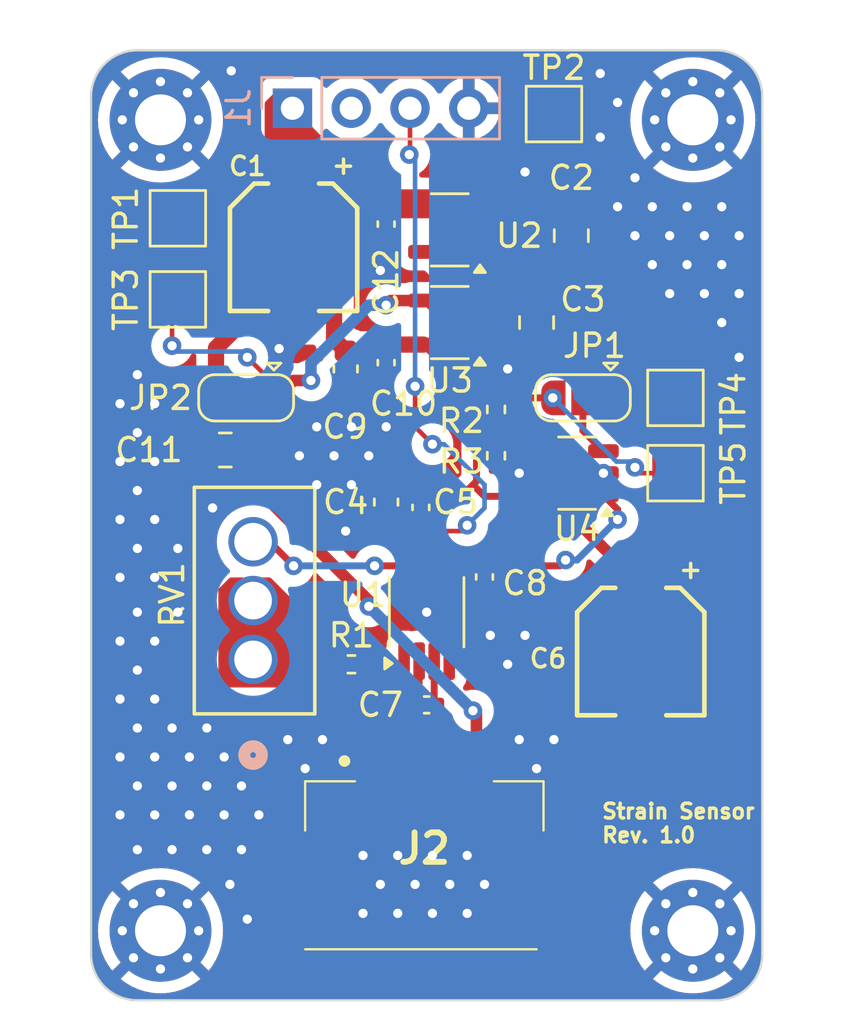
<source format=kicad_pcb>
(kicad_pcb (version 20240108) (generator "pcbnew") (generator_version "8.0")
  (layers (0 "F.Cu" signal) (31 "B.Cu" power) (34 "B.Paste" user) (35 "F.Paste" user) (36 "B.SilkS" user "B.Silkscreen") (37 "F.SilkS" user "F.Silkscreen") (38 "B.Mask" user) (39 "F.Mask" user) (44 "Edge.Cuts" user))
  (net 0 "")
  (net 1 "VCC")
  (net 2 "GND")
  (net 3 "/Vbias")
  (net 4 "Net-(U2-Vref)")
  (net 5 "/Vout-")
  (net 6 "/Vout+")
  (net 7 "/AmpRef")
  (net 8 "+2V5")
  (net 9 "/AREF")
  (net 10 "/ADC")
  (net 11 "/Vbdg+")
  (net 12 "Net-(JP1-C)")
  (net 13 "/AmpOffset")
  (net 14 "/Rg+")
  (net 15 "/Rseries")
  (net 16 "/Rg-")
  (footprint "Capacitor_SMD:C_0402_1005Metric" (layer "F.Cu") (at 146 114.73 -90)
    (property "Reference" "C8" (at 0.27 -1.75 180) (layer "F.SilkS"))
    (property "Value" "100n")
    (pad "1" smd roundrect (at -0.48 0 270) (size 0.56 0.62) (layers "F.Cu" "F.Paste" "F.Mask") (net 7 "/AmpRef"))
    (pad "2" smd roundrect (at 0.48 0 270) (size 0.56 0.62) (layers "F.Cu" "F.Paste" "F.Mask") (net 2 "GND"))
  )
  (footprint "CLIK-Mate 502585:5025850470" (layer "F.Cu") (at 143.4 127.175)
    (property "Reference" "J2" (at 0 -0.725 0) (layer "F.SilkS") (effects (font (size 1.27 1.27) (thickness 0.254))))
    (property "Value" "502585-0470" (hide yes))
    (pad "1" smd rect (at -2.25 -3.625) (size 0.8 2.9) (layers "F.Cu" "F.Paste" "F.Mask") (net 2 "GND"))
    (pad "2" smd rect (at -0.75 -3.625) (size 0.8 2.9) (layers "F.Cu" "F.Paste" "F.Mask") (net 5 "/Vout-"))
    (pad "3" smd rect (at 0.75 -3.625) (size 0.8 2.9) (layers "F.Cu" "F.Paste" "F.Mask") (net 6 "/Vout+"))
    (pad "4" smd rect (at 2.25 -3.625) (size 0.8 2.9) (layers "F.Cu" "F.Paste" "F.Mask") (net 11 "/Vbdg+"))
    (pad "MP1" smd rect (at -4.85 1.075) (size 1.8 3.8) (layers "F.Cu" "F.Paste" "F.Mask") (net 2 "GND"))
    (pad "MP2" smd rect (at 4.85 1.075) (size 1.8 3.8) (layers "F.Cu" "F.Paste" "F.Mask") (net 2 "GND"))
  )
  (footprint "TestPoint:TestPoint_Pad_2.0x2.0mm" (layer "F.Cu") (at 132.75 102.75)
    (property "Reference" "TP3" (at -2.25 0 90) (layer "F.SilkS"))
    (property "Value" "TestPoint")
    (pad "1" smd rect (at 0 0) (size 2 2) (layers "F.Cu" "F.Mask") (net 8 "+2V5"))
  )
  (footprint "TestPoint:TestPoint_Pad_2.0x2.0mm" (layer "F.Cu") (at 149 94.75)
    (property "Reference" "TP2" (at 0 -1.998 0) (layer "F.SilkS"))
    (property "Value" "TestPoint")
    (pad "1" smd rect (at 0 0) (size 2 2) (layers "F.Cu" "F.Mask") (net 2 "GND"))
  )
  (footprint "TestPoint:TestPoint_Pad_2.0x2.0mm" (layer "F.Cu") (at 132.75 99.25)
    (property "Reference" "TP1" (at -2.25 0 90) (layer "F.SilkS"))
    (property "Value" "TestPoint")
    (pad "1" smd rect (at 0 0) (size 2 2) (layers "F.Cu" "F.Mask") (net 1 "VCC"))
  )
  (footprint "Jumper:SolderJumper-3_P1.3mm_Open_RoundedPad1.0x1.5mm" (layer "F.Cu") (at 135.7 107 180)
    (property "Reference" "JP2" (at 3.7 0 0) (layer "F.SilkS"))
    (property "Value" "SolderJumper_3_Open")
    (pad "1" smd custom (at -1.3 0 180) (size 1 0.5) (layers "F.Cu" "F.Mask") (net 8 "+2V5") (options (clearance outline) (anchor rect)) (primitives (gr_circle (center 0 0.25) (end 0.5 0.25) (width 0) (fill yes)) (gr_circle (center 0 -0.25) (end 0.5 -0.25) (width 0) (fill yes)) (gr_poly (pts (xy 0.55 0.75) (xy 0 0.75) (xy 0 -0.75) (xy 0.55 -0.75)) (width 0) (fill yes))))
    (pad "2" smd rect (at 0 0 180) (size 1 1.5) (layers "F.Cu" "F.Mask") (net 11 "/Vbdg+"))
    (pad "3" smd custom (at 1.3 0 180) (size 1 0.5) (layers "F.Cu" "F.Mask") (net 1 "VCC") (options (clearance outline) (anchor rect)) (primitives (gr_circle (center 0 0.25) (end 0.5 0.25) (width 0) (fill yes)) (gr_circle (center 0 -0.25) (end 0.5 -0.25) (width 0) (fill yes)) (gr_poly (pts (xy 0 0.75) (xy -0.55 0.75) (xy -0.55 -0.75) (xy 0 -0.75)) (width 0) (fill yes))))
  )
  (footprint "MountingHole:MountingHole_2.2mm_M2_Pad_Via" (layer "F.Cu") (at 155.000001 130.000001)
    (property "Reference" "H3" (hide yes))
    (property "Value" "MountingHole_Pad")
    (pad "1" thru_hole circle (at -1.65 0) (size 0.7 0.7) (drill 0.4) (layers "*.Cu" "*.Mask") (net 2 "GND"))
    (pad "1" thru_hole circle (at -1.166726 -1.166726) (size 0.7 0.7) (drill 0.4) (layers "*.Cu" "*.Mask") (net 2 "GND"))
    (pad "1" thru_hole circle (at -1.166726 1.166726) (size 0.7 0.7) (drill 0.4) (layers "*.Cu" "*.Mask") (net 2 "GND"))
    (pad "1" thru_hole circle (at 0 -1.65) (size 0.7 0.7) (drill 0.4) (layers "*.Cu" "*.Mask") (net 2 "GND"))
    (pad "1" thru_hole circle (at 0 0) (size 4.4 4.4) (drill 2.2) (layers "*.Cu" "*.Mask") (net 2 "GND"))
    (pad "1" thru_hole circle (at 0 1.65) (size 0.7 0.7) (drill 0.4) (layers "*.Cu" "*.Mask") (net 2 "GND"))
    (pad "1" thru_hole circle (at 1.166726 -1.166726) (size 0.7 0.7) (drill 0.4) (layers "*.Cu" "*.Mask") (net 2 "GND"))
    (pad "1" thru_hole circle (at 1.166726 1.166726) (size 0.7 0.7) (drill 0.4) (layers "*.Cu" "*.Mask") (net 2 "GND"))
    (pad "1" thru_hole circle (at 1.65 0) (size 0.7 0.7) (drill 0.4) (layers "*.Cu" "*.Mask") (net 2 "GND"))
  )
  (footprint "Resistor_SMD:R_0402_1005Metric" (layer "F.Cu") (at 140.25 118.5 180)
    (property "Reference" "R1" (at 0 1.25 0) (layer "F.SilkS"))
    (property "Value" "100R")
    (pad "1" smd roundrect (at -0.509999 0 180) (size 0.54 0.64) (layers "F.Cu" "F.Paste" "F.Mask") (net 14 "/Rg+"))
    (pad "2" smd roundrect (at 0.509999 0 180) (size 0.54 0.64) (layers "F.Cu" "F.Paste" "F.Mask") (net 15 "/Rseries"))
  )
  (footprint "Package_TO_SOT_SMD:SOT-23-5" (layer "F.Cu") (at 144.5 99.75 180)
    (property "Reference" "U2" (at -3 -0.25 180) (layer "F.SilkS"))
    (property "Value" "REF2025")
    (pad "1" smd roundrect (at -1.1375 -0.949999 180) (size 1.325 0.6) (layers "F.Cu" "F.Paste" "F.Mask") (net 3 "/Vbias"))
    (pad "2" smd roundrect (at -1.1375 0 180) (size 1.325 0.6) (layers "F.Cu" "F.Paste" "F.Mask") (net 2 "GND"))
    (pad "3" smd roundrect (at -1.1375 0.949999 180) (size 1.325 0.6) (layers "F.Cu" "F.Paste" "F.Mask") (net 1 "VCC"))
    (pad "4" smd roundrect (at 1.1375 0.949999 180) (size 1.325 0.6) (layers "F.Cu" "F.Paste" "F.Mask") (net 1 "VCC"))
    (pad "5" smd roundrect (at 1.1375 -0.949999 180) (size 1.325 0.6) (layers "F.Cu" "F.Paste" "F.Mask") (net 4 "Net-(U2-Vref)"))
  )
  (footprint "Capacitor_SMD:C_0402_1005Metric" (layer "F.Cu") (at 141.75 105.48 -90)
    (property "Reference" "C10" (at 1.77 -0.75 180) (layer "F.SilkS"))
    (property "Value" "100n")
    (pad "1" smd roundrect (at -0.48 0 270) (size 0.56 0.62) (layers "F.Cu" "F.Paste" "F.Mask") (net 1 "VCC"))
    (pad "2" smd roundrect (at 0.48 0 270) (size 0.56 0.62) (layers "F.Cu" "F.Paste" "F.Mask") (net 2 "GND"))
  )
  (footprint "MountingHole:MountingHole_2.2mm_M2_Pad_Via" (layer "F.Cu") (at 131.999999 94.999999)
    (property "Reference" "H1" (hide yes))
    (property "Value" "MountingHole_Pad")
    (pad "1" thru_hole circle (at -1.65 0) (size 0.7 0.7) (drill 0.4) (layers "*.Cu" "*.Mask") (net 2 "GND"))
    (pad "1" thru_hole circle (at -1.166726 -1.166726) (size 0.7 0.7) (drill 0.4) (layers "*.Cu" "*.Mask") (net 2 "GND"))
    (pad "1" thru_hole circle (at -1.166726 1.166726) (size 0.7 0.7) (drill 0.4) (layers "*.Cu" "*.Mask") (net 2 "GND"))
    (pad "1" thru_hole circle (at 0 -1.65) (size 0.7 0.7) (drill 0.4) (layers "*.Cu" "*.Mask") (net 2 "GND"))
    (pad "1" thru_hole circle (at 0 0) (size 4.4 4.4) (drill 2.2) (layers "*.Cu" "*.Mask") (net 2 "GND"))
    (pad "1" thru_hole circle (at 0 1.65) (size 0.7 0.7) (drill 0.4) (layers "*.Cu" "*.Mask") (net 2 "GND"))
    (pad "1" thru_hole circle (at 1.166726 -1.166726) (size 0.7 0.7) (drill 0.4) (layers "*.Cu" "*.Mask") (net 2 "GND"))
    (pad "1" thru_hole circle (at 1.166726 1.166726) (size 0.7 0.7) (drill 0.4) (layers "*.Cu" "*.Mask") (net 2 "GND"))
    (pad "1" thru_hole circle (at 1.65 0) (size 0.7 0.7) (drill 0.4) (layers "*.Cu" "*.Mask") (net 2 "GND"))
  )
  (footprint "Package_SO:VSSOP-8_3x3mm_P0.65mm" (layer "F.Cu") (at 143.5 116.25 90)
    (property "Reference" "U1" (at 0.75 -2.75 180) (layer "F.SilkS"))
    (property "Value" "INA333xxDGK")
    (pad "1" smd roundrect (at -2.1125 -0.975 90) (size 1.625 0.5) (layers "F.Cu" "F.Paste" "F.Mask") (net 14 "/Rg+"))
    (pad "2" smd roundrect (at -2.1125 -0.325 90) (size 1.625 0.5) (layers "F.Cu" "F.Paste" "F.Mask") (net 5 "/Vout-"))
    (pad "3" smd roundrect (at -2.1125 0.325 90) (size 1.625 0.5) (layers "F.Cu" "F.Paste" "F.Mask") (net 6 "/Vout+"))
    (pad "4" smd roundrect (at -2.1125 0.975 90) (size 1.625 0.5) (layers "F.Cu" "F.Paste" "F.Mask") (net 2 "GND"))
    (pad "5" smd roundrect (at 2.1125 0.975 90) (size 1.625 0.5) (layers "F.Cu" "F.Paste" "F.Mask") (net 7 "/AmpRef"))
    (pad "6" smd roundrect (at 2.1125 0.325 90) (size 1.625 0.5) (layers "F.Cu" "F.Paste" "F.Mask") (net 10 "/ADC"))
    (pad "7" smd roundrect (at 2.1125 -0.325 90) (size 1.625 0.5) (layers "F.Cu" "F.Paste" "F.Mask") (net 1 "VCC"))
    (pad "8" smd roundrect (at 2.1125 -0.975 90) (size 1.625 0.5) (layers "F.Cu" "F.Paste" "F.Mask") (net 16 "/Rg-"))
  )
  (footprint "PV36W103C01B00:RES3_PV36W103C01B00_BRN" (layer "F.Cu") (at 136 118.29 90)
    (property "Reference" "RV1" (at 2.79 -3.5 90) (layer "F.SilkS"))
    (property "Value" "R_Potentiometer")
    (pad "1" thru_hole circle (at 0 0 90) (size 2.1336 2.1336) (drill 1.6256) (layers "*.Cu" "*.Mask") (net 15 "/Rseries"))
    (pad "2" thru_hole circle (at 2.54 0 90) (size 2.1336 2.1336) (drill 1.6256) (layers "*.Cu" "*.Mask") (net 15 "/Rseries"))
    (pad "3" thru_hole circle (at 5.079999 0 90) (size 2.1336 2.1336) (drill 1.6256) (layers "*.Cu" "*.Mask") (net 16 "/Rg-"))
  )
  (footprint "Resistor_SMD:R_0402_1005Metric" (layer "F.Cu") (at 146.5 107.5 -90)
    (property "Reference" "R2" (at 0.490001 1.5 180) (layer "F.SilkS"))
    (property "Value" "100k")
    (pad "1" smd roundrect (at -0.509999 0 270) (size 0.54 0.64) (layers "F.Cu" "F.Paste" "F.Mask") (net 1 "VCC"))
    (pad "2" smd roundrect (at 0.509999 0 270) (size 0.54 0.64) (layers "F.Cu" "F.Paste" "F.Mask") (net 13 "/AmpOffset"))
  )
  (footprint "Jumper:SolderJumper-3_P1.3mm_Open_RoundedPad1.0x1.5mm" (layer "F.Cu") (at 150.25 107 180)
    (property "Reference" "JP1" (at -0.5 2.25 0) (layer "F.SilkS"))
    (property "Value" "SolderJumper_3_Open")
    (pad "1" smd custom (at -1.3 0 180) (size 1 0.5) (layers "F.Cu" "F.Mask") (net 3 "/Vbias") (options (clearance outline) (anchor rect)) (primitives (gr_circle (center 0 0.25) (end 0.5 0.25) (width 0) (fill yes)) (gr_circle (center 0 -0.25) (end 0.5 -0.25) (width 0) (fill yes)) (gr_poly (pts (xy 0.55 0.75) (xy 0 0.75) (xy 0 -0.75) (xy 0.55 -0.75)) (width 0) (fill yes))))
    (pad "2" smd rect (at 0 0 180) (size 1 1.5) (layers "F.Cu" "F.Mask") (net 12 "Net-(JP1-C)"))
    (pad "3" smd custom (at 1.3 0 180) (size 1 0.5) (layers "F.Cu" "F.Mask") (net 13 "/AmpOffset") (options (clearance outline) (anchor rect)) (primitives (gr_circle (center 0 0.25) (end 0.5 0.25) (width 0) (fill yes)) (gr_circle (center 0 -0.25) (end 0.5 -0.25) (width 0) (fill yes)) (gr_poly (pts (xy 0 0.75) (xy -0.55 0.75) (xy -0.55 -0.75) (xy 0 -0.75)) (width 0) (fill yes))))
  )
  (footprint "865230542002:WCAP-AS5H_5X5.5_DXL_" (layer "F.Cu") (at 152.75 117.95 90)
    (property "Reference" "C6" (at -0.3 -4.006401 180) (layer "F.SilkS") (effects (font (size 0.8 0.8))))
    (property "Value" "10u")
    (fp_text user "+" (at 3.5 2.1 90) (layer "F.SilkS") (effects (font (size 0.8 0.8))))
    (pad "1" smd rect (at 2.2 0 90) (size 3 1.6) (layers "F.Cu" "F.Paste" "F.Mask") (net 1 "VCC"))
    (pad "2" smd rect (at -2.2 0 90) (size 3 1.6) (layers "F.Cu" "F.Paste" "F.Mask") (net 2 "GND"))
  )
  (footprint "Capacitor_SMD:C_0402_1005Metric" (layer "F.Cu") (at 143.25 111.73 90)
    (property "Reference" "C5" (at 0.23 1.5 180) (layer "F.SilkS"))
    (property "Value" "100n")
    (pad "1" smd roundrect (at -0.48 0 90) (size 0.56 0.62) (layers "F.Cu" "F.Paste" "F.Mask") (net 1 "VCC"))
    (pad "2" smd roundrect (at 0.48 0 90) (size 0.56 0.62) (layers "F.Cu" "F.Paste" "F.Mask") (net 2 "GND"))
  )
  (footprint "Capacitor_SMD:C_0402_1005Metric" (layer "F.Cu") (at 143.5 120.25 180)
    (property "Reference" "C7" (at 2.000001 0 0) (layer "F.SilkS"))
    (property "Value" "100n")
    (pad "1" smd roundrect (at -0.48 0 180) (size 0.56 0.62) (layers "F.Cu" "F.Paste" "F.Mask") (net 6 "/Vout+"))
    (pad "2" smd roundrect (at 0.48 0 180) (size 0.56 0.62) (layers "F.Cu" "F.Paste" "F.Mask") (net 5 "/Vout-"))
  )
  (footprint "Capacitor_SMD:C_0805_2012Metric" (layer "F.Cu") (at 134.800001 109.25 180)
    (property "Reference" "C11" (at 3.300001 0 360) (layer "F.SilkS"))
    (property "Value" "10u")
    (pad "1" smd roundrect (at -0.949999 0 180) (size 1 1.45) (layers "F.Cu" "F.Paste" "F.Mask") (net 11 "/Vbdg+"))
    (pad "2" smd roundrect (at 0.949999 0 180) (size 1 1.45) (layers "F.Cu" "F.Paste" "F.Mask") (net 2 "GND"))
  )
  (footprint "MountingHole:MountingHole_2.2mm_M2_Pad_Via" (layer "F.Cu") (at 132 130)
    (property "Reference" "H4" (hide yes))
    (property "Value" "MountingHole_Pad")
    (pad "1" thru_hole circle (at -1.65 0) (size 0.7 0.7) (drill 0.4) (layers "*.Cu" "*.Mask") (net 2 "GND"))
    (pad "1" thru_hole circle (at -1.166726 -1.166726) (size 0.7 0.7) (drill 0.4) (layers "*.Cu" "*.Mask") (net 2 "GND"))
    (pad "1" thru_hole circle (at -1.166726 1.166726) (size 0.7 0.7) (drill 0.4) (layers "*.Cu" "*.Mask") (net 2 "GND"))
    (pad "1" thru_hole circle (at 0 -1.65) (size 0.7 0.7) (drill 0.4) (layers "*.Cu" "*.Mask") (net 2 "GND"))
    (pad "1" thru_hole circle (at 0 0) (size 4.4 4.4) (drill 2.2) (layers "*.Cu" "*.Mask") (net 2 "GND"))
    (pad "1" thru_hole circle (at 0 1.65) (size 0.7 0.7) (drill 0.4) (layers "*.Cu" "*.Mask") (net 2 "GND"))
    (pad "1" thru_hole circle (at 1.166726 -1.166726) (size 0.7 0.7) (drill 0.4) (layers "*.Cu" "*.Mask") (net 2 "GND"))
    (pad "1" thru_hole circle (at 1.166726 1.166726) (size 0.7 0.7) (drill 0.4) (layers "*.Cu" "*.Mask") (net 2 "GND"))
    (pad "1" thru_hole circle (at 1.65 0) (size 0.7 0.7) (drill 0.4) (layers "*.Cu" "*.Mask") (net 2 "GND"))
  )
  (footprint "Package_TO_SOT_SMD:SOT-23-5" (layer "F.Cu") (at 144.5 103.75 180)
    (property "Reference" "U3" (at 0 -2.5 180) (layer "F.SilkS"))
    (property "Value" "OPA310xDBV")
    (pad "1" smd roundrect (at -1.1375 -0.949999 180) (size 1.325 0.6) (layers "F.Cu" "F.Paste" "F.Mask") (net 8 "+2V5"))
    (pad "2" smd roundrect (at -1.1375 0 180) (size 1.325 0.6) (layers "F.Cu" "F.Paste" "F.Mask") (net 2 "GND"))
    (pad "3" smd roundrect (at -1.1375 0.949999 180) (size 1.325 0.6) (layers "F.Cu" "F.Paste" "F.Mask") (net 4 "Net-(U2-Vref)"))
    (pad "4" smd roundrect (at 1.1375 0.949999 180) (size 1.325 0.6) (layers "F.Cu" "F.Paste" "F.Mask") (net 8 "+2V5"))
    (pad "5" smd roundrect (at 1.1375 -0.949999 180) (size 1.325 0.6) (layers "F.Cu" "F.Paste" "F.Mask") (net 1 "VCC"))
  )
  (footprint "Package_TO_SOT_SMD:SOT-23-5" (layer "F.Cu") (at 150 110.25 180)
    (property "Reference" "U4" (at 0 -2.4 360) (layer "F.SilkS"))
    (property "Value" "OPA310xDBV")
    (pad "1" smd roundrect (at -1.1375 -0.949999 180) (size 1.325 0.6) (layers "F.Cu" "F.Paste" "F.Mask") (net 7 "/AmpRef"))
    (pad "2" smd roundrect (at -1.1375 0 180) (size 1.325 0.6) (layers "F.Cu" "F.Paste" "F.Mask") (net 2 "GND"))
    (pad "3" smd roundrect (at -1.1375 0.949999 180) (size 1.325 0.6) (layers "F.Cu" "F.Paste" "F.Mask") (net 12 "Net-(JP1-C)"))
    (pad "4" smd roundrect (at 1.1375 0.949999 180) (size 1.325 0.6) (layers "F.Cu" "F.Paste" "F.Mask") (net 7 "/AmpRef"))
    (pad "5" smd roundrect (at 1.1375 -0.949999 180) (size 1.325 0.6) (layers "F.Cu" "F.Paste" "F.Mask") (net 1 "VCC"))
  )
  (footprint "TestPoint:TestPoint_Pad_2.0x2.0mm" (layer "F.Cu") (at 154.25 107)
    (property "Reference" "TP4" (at 2.5 0.25 90) (layer "F.SilkS"))
    (property "Value" "TestPoint")
    (pad "1" smd rect (at 0 0) (size 2 2) (layers "F.Cu" "F.Mask") (net 3 "/Vbias"))
  )
  (footprint "Capacitor_SMD:C_0805_2012Metric" (layer "F.Cu") (at 148.25 103.75 -90)
    (property "Reference" "C3" (at -1 -2 180) (layer "F.SilkS"))
    (property "Value" "10u")
    (pad "1" smd roundrect (at -0.949999 0 270) (size 1 1.45) (layers "F.Cu" "F.Paste" "F.Mask") (net 4 "Net-(U2-Vref)"))
    (pad "2" smd roundrect (at 0.949999 0 270) (size 1 1.45) (layers "F.Cu" "F.Paste" "F.Mask") (net 2 "GND"))
  )
  (footprint "865230542002:WCAP-AS5H_5X5.5_DXL_" (layer "F.Cu") (at 137.75 100.5 90)
    (property "Reference" "C1" (at 3.5 -2 180) (layer "F.SilkS") (effects (font (size 0.8 0.8))))
    (property "Value" "10u")
    (fp_text user "+" (at 3.5 2.1 90) (layer "F.SilkS") (effects (font (size 0.8 0.8))))
    (pad "1" smd rect (at 2.2 0 90) (size 3 1.6) (layers "F.Cu" "F.Paste" "F.Mask") (net 1 "VCC"))
    (pad "2" smd rect (at -2.2 0 90) (size 3 1.6) (layers "F.Cu" "F.Paste" "F.Mask") (net 2 "GND"))
  )
  (footprint "Resistor_SMD:R_0402_1005Metric" (layer "F.Cu") (at 146.5 109.5 -90)
    (property "Reference" "R3" (at 0.25 1.5 180) (layer "F.SilkS"))
    (property "Value" "100k")
    (pad "1" smd roundrect (at -0.509999 0 270) (size 0.54 0.64) (layers "F.Cu" "F.Paste" "F.Mask") (net 13 "/AmpOffset"))
    (pad "2" smd roundrect (at 0.509999 0 270) (size 0.54 0.64) (layers "F.Cu" "F.Paste" "F.Mask") (net 2 "GND"))
  )
  (footprint "Capacitor_SMD:C_0603_1608Metric" (layer "F.Cu") (at 141.75 111.5 90)
    (property "Reference" "C4" (at 0 -1.75 180) (layer "F.SilkS"))
    (property "Value" "1u")
    (pad "1" smd roundrect (at -0.775 0 90) (size 0.9 0.95) (layers "F.Cu" "F.Paste" "F.Mask") (net 1 "VCC"))
    (pad "2" smd roundrect (at 0.775 0 90) (size 0.9 0.95) (layers "F.Cu" "F.Paste" "F.Mask") (net 2 "GND"))
  )
  (footprint "Capacitor_SMD:C_0805_2012Metric" (layer "F.Cu") (at 149.75 100 90)
    (property "Reference" "C2" (at 2.5 0 180) (layer "F.SilkS"))
    (property "Value" "10u")
    (pad "1" smd roundrect (at -0.949999 0 90) (size 1 1.45) (layers "F.Cu" "F.Paste" "F.Mask") (net 3 "/Vbias"))
    (pad "2" smd roundrect (at 0.949999 0 90) (size 1 1.45) (layers "F.Cu" "F.Paste" "F.Mask") (net 2 "GND"))
  )
  (footprint "Capacitor_SMD:C_0603_1608Metric" (layer "F.Cu") (at 140 105.75 -90)
    (property "Reference" "C9" (at 2.5 0.025 180) (layer "F.SilkS"))
    (property "Value" "1u")
    (pad "1" smd roundrect (at -0.775 0 270) (size 0.9 0.95) (layers "F.Cu" "F.Paste" "F.Mask") (net 1 "VCC"))
    (pad "2" smd roundrect (at 0.775 0 270) (size 0.9 0.95) (layers "F.Cu" "F.Paste" "F.Mask") (net 2 "GND"))
  )
  (footprint "Capacitor_SMD:C_0402_1005Metric" (layer "F.Cu") (at 141.75 99.5 -90)
    (property "Reference" "C12" (at 2.5 0 90) (layer "F.SilkS"))
    (property "Value" "100n")
    (pad "1" smd roundrect (at -0.48 0 270) (size 0.56 0.62) (layers "F.Cu" "F.Paste" "F.Mask") (net 1 "VCC"))
    (pad "2" smd roundrect (at 0.48 0 270) (size 0.56 0.62) (layers "F.Cu" "F.Paste" "F.Mask") (net 2 "GND"))
  )
  (footprint "MountingHole:MountingHole_2.2mm_M2_Pad_Via" (layer "F.Cu") (at 155 95)
    (property "Reference" "H2" (hide yes))
    (property "Value" "MountingHole_Pad")
    (pad "1" thru_hole circle (at -1.65 0) (size 0.7 0.7) (drill 0.4) (layers "*.Cu" "*.Mask") (net 2 "GND"))
    (pad "1" thru_hole circle (at -1.166726 -1.166726) (size 0.7 0.7) (drill 0.4) (layers "*.Cu" "*.Mask") (net 2 "GND"))
    (pad "1" thru_hole circle (at -1.166726 1.166726) (size 0.7 0.7) (drill 0.4) (layers "*.Cu" "*.Mask") (net 2 "GND"))
    (pad "1" thru_hole circle (at 0 -1.65) (size 0.7 0.7) (drill 0.4) (layers "*.Cu" "*.Mask") (net 2 "GND"))
    (pad "1" thru_hole circle (at 0 0) (size 4.4 4.4) (drill 2.2) (layers "*.Cu" "*.Mask") (net 2 "GND"))
    (pad "1" thru_hole circle (at 0 1.65) (size 0.7 0.7) (drill 0.4) (layers "*.Cu" "*.Mask") (net 2 "GND"))
    (pad "1" thru_hole circle (at 1.166726 -1.166726) (size 0.7 0.7) (drill 0.4) (layers "*.Cu" "*.Mask") (net 2 "GND"))
    (pad "1" thru_hole circle (at 1.166726 1.166726) (size 0.7 0.7) (drill 0.4) (layers "*.Cu" "*.Mask") (net 2 "GND"))
    (pad "1" thru_hole circle (at 1.65 0) (size 0.7 0.7) (drill 0.4) (layers "*.Cu" "*.Mask") (net 2 "GND"))
  )
  (footprint "TestPoint:TestPoint_Pad_2.0x2.0mm" (layer "F.Cu") (at 154.25 110.25)
    (property "Reference" "TP5" (at 2.5 0 90) (layer "F.SilkS"))
    (property "Value" "TestPoint")
    (pad "1" smd rect (at 0 0) (size 2 2) (layers "F.Cu" "F.Mask") (net 13 "/AmpOffset"))
  )
  (footprint "Connector_PinHeader_2.54mm:PinHeader_1x04_P2.54mm_Vertical" (layer "B.Cu") (at 137.7 94.5 -90)
    (property "Reference" "J1" (at 0 2.33 90) (layer "B.SilkS") (effects (justify mirror)))
    (property "Value" "Conn_01x04")
    (pad "1" thru_hole rect (at 0 0 270) (size 1.7 1.7) (drill 1) (layers "*.Cu" "*.Mask") (net 1 "VCC"))
    (pad "2" thru_hole oval (at 0 -2.54 270) (size 1.7 1.7) (drill 1) (layers "*.Cu" "*.Mask") (net 9 "/AREF"))
    (pad "3" thru_hole oval (at 0 -5.079999 270) (size 1.7 1.7) (drill 1) (layers "*.Cu" "*.Mask") (net 10 "/ADC"))
    (pad "4" thru_hole oval (at 0 -7.62 270) (size 1.7 1.7) (drill 1) (layers "*.Cu" "*.Mask") (net 2 "GND"))
  )
  (gr_line (start 158 94) (end 158 131) (stroke (width 0.1)) (layer "Edge.Cuts"))
  (gr_arc (start 129 94) (mid 129.585786 92.585786) (end 131 92) (stroke (width 0.1)) (layer "Edge.Cuts"))
  (gr_line (start 156 92) (end 131 92) (stroke (width 0.1)) (layer "Edge.Cuts"))
  (gr_arc (start 156 92) (mid 157.414214 92.585786) (end 158 94) (stroke (width 0.1)) (layer "Edge.Cuts"))
  (gr_line (start 131.000001 132.999999) (end 156 132.999999) (stroke (width 0.1)) (layer "Edge.Cuts"))
  (gr_arc (start 158 131) (mid 157.414214 132.414214) (end 156 133) (stroke (width 0.1)) (layer "Edge.Cuts"))
  (gr_line (start 129 94) (end 129 131) (stroke (width 0.1)) (layer "Edge.Cuts"))
  (gr_arc (start 131.000001 132.999999) (mid 129.585787 132.414213) (end 129.000001 130.999999) (stroke (width 0.1)) (layer "Edge.Cuts"))
  (gr_text "Strain Sensor\nRev. 1.0" (at 151 126.25 0) (layer "F.SilkS") (effects (font (size 0.64 0.64)) (justify left bottom)))
  (segment (start 141.815 112.21) (end 141.75 112.275) (width 0.3) (layer "F.Cu") (net 1))
  (segment (start 138.05 98.3) (end 139.5 99.75) (width 0.7) (layer "F.Cu") (net 1))
  (segment (start 152.75 115.75) (end 152.75 115.087499) (width 0.5) (layer "F.Cu") (net 1))
  (segment (start 141.75 105) (end 142.050001 104.699999) (width 0.7) (layer "F.Cu") (net 1))
  (segment (start 145.5 110.75) (end 146 111.25) (width 0.3) (layer "F.Cu") (net 1))
  (segment (start 143.25 112.21) (end 143.175 112.285) (width 0.3) (layer "F.Cu") (net 1))
  (segment (start 140 104.975) (end 141.725 104.975) (width 0.7) (layer "F.Cu") (net 1))
  (segment (start 142.050001 104.699999) (end 143.3625 104.699999) (width 0.7) (layer "F.Cu") (net 1))
  (segment (start 143.175 112.285) (end 143.175 114.1375) (width 0.3) (layer "F.Cu") (net 1))
  (segment (start 145.652502 110.597498) (end 145.5 110.75) (width 0.3) (layer "F.Cu") (net 1))
  (segment (start 143.25 112.21) (end 141.815 112.21) (width 0.3) (layer "F.Cu") (net 1))
  (segment (start 137.75 98.3) (end 138.05 98.3) (width 0.7) (layer "F.Cu") (net 1))
  (segment (start 135.5 103.75) (end 134.4 104.85) (width 0.7) (layer "F.Cu") (net 1))
  (segment (start 141.725 104.975) (end 141.75 105) (width 0.7) (layer "F.Cu") (net 1))
  (segment (start 135.5 100) (end 135.5 103.75) (width 0.7) (layer "F.Cu") (net 1))
  (segment (start 139.5 104.475) (end 140 104.975) (width 0.7) (layer "F.Cu") (net 1))
  (segment (start 147.5 111.25) (end 147.550001 111.199999) (width 0.3) (layer "F.Cu") (net 1))
  (segment (start 134.4 104.85) (end 134.4 107) (width 0.7) (layer "F.Cu") (net 1))
  (segment (start 137.2 98.3) (end 135.5 100) (width 0.7) (layer "F.Cu") (net 1))
  (segment (start 146 111.25) (end 147.5 111.25) (width 0.3) (layer "F.Cu") (net 1))
  (segment (start 145.652502 106.990001) (end 145.652502 110.597498) (width 0.3) (layer "F.Cu") (net 1))
  (segment (start 152.75 115.087499) (end 148.8625 111.199999) (width 0.5) (layer "F.Cu") (net 1))
  (segment (start 139.5 99.75) (end 139.5 104.475) (width 0.7) (layer "F.Cu") (net 1))
  (segment (start 145.652502 106.990001) (end 143.3625 104.699999) (width 0.3) (layer "F.Cu") (net 1))
  (segment (start 147.550001 111.199999) (end 148.8625 111.199999) (width 0.3) (layer "F.Cu") (net 1))
  (segment (start 146.5 106.990001) (end 145.652502 106.990001) (width 0.3) (layer "F.Cu") (net 1))
  (segment (start 145.5 110.75) (end 144.04 112.21) (width 0.3) (layer "F.Cu") (net 1))
  (segment (start 137.75 98.3) (end 137.2 98.3) (width 0.7) (layer "F.Cu") (net 1))
  (segment (start 144.04 112.21) (end 143.25 112.21) (width 0.3) (layer "F.Cu") (net 1))
  (segment (start 137.75 104.25) (end 137.75 102.7) (width 0.5) (layer "F.Cu") (net 2))
  (segment (start 146.5 110.009999) (end 147.259999 110.009999) (width 0.3) (layer "F.Cu") (net 2))
  (segment (start 148.25 104.699999) (end 148.050001 104.699999) (width 0.3) (layer "F.Cu") (net 2))
  (segment (start 145.6375 103.75) (end 147.300001 103.75) (width 0.3) (layer "F.Cu") (net 2))
  (segment (start 147.300001 103.75) (end 148.25 104.699999) (width 0.3) (layer "F.Cu") (net 2))
  (segment (start 148.050001 104.699999) (end 147 105.75) (width 0.3) (layer "F.Cu") (net 2))
  (segment (start 137.125 104.875) (end 137.75 104.25) (width 0.5) (layer "F.Cu") (net 2))
  (segment (start 147.259999 110.009999) (end 147.5 110.25) (width 0.3) (layer "F.Cu") (net 2))
  (via (at 143.5 116.25) (size 0.8) (drill 0.4) (layers "F.Cu" "B.Cu") (net 2))
  (via (at 147 105.75) (size 0.8) (drill 0.4) (layers "F.Cu" "B.Cu") (net 2))
  (via (at 137.125 104.875) (size 0.8) (drill 0.4) (layers "F.Cu" "B.Cu") (net 2))
  (via (at 138 109.5) (size 0.8) (drill 0.4) (layers "F.Cu" "B.Cu") (net 2))
  (via (at 140.75 126.75) (size 0.8) (drill 0.4) (layers "F.Cu" "B.Cu") (net 2))
  (via (at 147.5 110.25) (size 0.8) (drill 0.4) (layers "F.Cu" "B.Cu") (net 2))
  (via (at 157 100) (size 0.8) (drill 0.4) (layers "F.Cu" "B.Cu") (net 2))
  (via (at 135 128) (size 0.8) (drill 0.4) (layers "F.Cu" "B.Cu") (net 2))
  (via (at 132.75 113.5) (size 0.8) (drill 0.4) (layers "F.Cu" "B.Cu") (net 2))
  (via (at 151.75 94.25) (size 0.8) (drill 0.4) (layers "F.Cu" "B.Cu") (net 2))
  (via (at 148.25 123) (size 0.8) (drill 0.4) (layers "F.Cu" "B.Cu") (net 2))
  (via (at 131 121.25) (size 0.8) (drill 0.4) (layers "F.Cu" "B.Cu") (net 2))
  (via (at 154.75 98.75) (size 0.8) (drill 0.4) (layers "F.Cu" "B.Cu") (net 2))
  (via (at 138.75 110.75) (size 0.8) (drill 0.4) (layers "F.Cu" "B.Cu") (net 2))
  (via (at 138.25 123) (size 0.8) (drill 0.4) (layers "F.Cu" "B.Cu") (net 2))
  (via (at 131 116.25) (size 0.8) (drill 0.4) (layers "F.Cu" "B.Cu") (net 2))
  (via (at 142.25 129.25) (size 0.8) (drill 0.4) (layers "F.Cu" "B.Cu") (net 2))
  (via (at 152.5 100) (size 0.8) (drill 0.4) (layers "F.Cu" "B.Cu") (net 2))
  (via (at 132.5 123.75) (size 0.8) (drill 0.4) (layers "F.Cu" "B.Cu") (net 2))
  (via (at 131.75 125) (size 0.8) (drill 0.4) (layers "F.Cu" "B.Cu") (net 2))
  (via (at 151.75 98.75) (size 0.8) (drill 0.4) (layers "F.Cu" "B.Cu") (net 2))
  (via (at 133.25 125) (size 0.8) (drill 0.4) (layers "F.Cu" "B.Cu") (net 2))
  (via (at 152.5 97.5) (size 0.8) (drill 0.4) (layers "F.Cu" "B.Cu") (net 2))
  (via (at 131 106) (size 0.8) (drill 0.4) (layers "F.Cu" "B.Cu") (net 2))
  (via (at 153.25 101.25) (size 0.8) (drill 0.4) (layers "F.Cu" "B.Cu") (net 2))
  (via (at 153.25 98.75) (size 0.8) (drill 0.4) (layers "F.Cu" "B.Cu") (net 2))
  (via (at 130.25 109.75) (size 0.8) (drill 0.4) (layers "F.Cu" "B.Cu") (net 2))
  (via (at 131 111) (size 0.8) (drill 0.4) (layers "F.Cu" "B.Cu") (net 2))
  (via (at 131 123.75) (size 0.8) (drill 0.4) (layers "F.Cu" "B.Cu") (net 2))
  (via (at 135.056828 92.88495) (size 0.8) (drill 0.4) (layers "F.Cu" "B.Cu") (net 2))
  (via (at 132.75 116.25) (size 0.8) (drill 0.4) (layers "F.Cu" "B.Cu") (net 2))
  (via (at 134 121.25) (size 0.8) (drill 0.4) (layers "F.Cu" "B.Cu") (net 2))
  (via (at 134.25 111.75) (size 0.8) (drill 0.4) (layers "F.Cu" "B.Cu") (net 2))
  (via (at 130.25 122.5) (size 0.8) (drill 0.4) (layers "F.Cu" "B.Cu") (net 2))
  (via (at 130.25 112.25) (size 0.8) (drill 0.4) (layers "F.Cu" "B.Cu") (net 2))
  (via (at 131 113.5) (size 0.8) (drill 0.4) (layers "F.Cu" "B.Cu") (net 2))
  (via (at 157 105.25) (size 0.8) (drill 0.4) (layers "F.Cu" "B.Cu") (net 2))
  (via (at 134.75 122.5) (size 0.8) (drill 0.4) (layers "F.Cu" "B.Cu") (net 2))
  (via (at 134 123.75) (size 0.8) (drill 0.4) (layers "F.Cu" "B.Cu") (net 2))
  (via (at 130.25 125) (size 0.8) (drill 0.4) (layers "F.Cu" "B.Cu") (net 2))
  (via (at 154.75 101.25) (size 0.8) (drill 0.4) (layers "F.Cu" "B.Cu") (net 2))
  (via (at 130.25 120) (size 0.8) (drill 0.4) (layers "F.Cu" "B.Cu") (net 2))
  (via (at 145.25 129.25) (size 0.8) (drill 0.4) (layers "F.Cu" "B.Cu") (net 2))
  (via (at 147.75 97.25) (size 0.8) (drill 0.4) (layers "F.Cu" "B.Cu") (net 2))
  (via (at 132.5 126.5) (size 0.8) (drill 0.4) (layers "F.Cu" "B.Cu") (net 2))
  (via (at 151 95.75) (size 0.8) (drill 0.4) (layers "F.Cu" "B.Cu") (net 2))
  (via (at 139.5 109.5) (size 0.8) (drill 0.4) (layers "F.Cu" "B.Cu") (net 2))
  (via (at 141.75 108.25) (size 0.8) (drill 0.4) (layers "F.Cu" "B.Cu") (net 2))
  (via (at 141.5 101.5) (size 0.8) (drill 0.4) (layers "F.Cu" "B.Cu") (net 2))
  (via (at 130.25 114.75) (size 0.8) (drill 0.4) (layers "F.Cu" "B.Cu") (net 2))
  (via (at 140.25 108.25) (size 0.8) (drill 0.4) (layers "F.Cu" "B.Cu") (net 2))
  (via (at 156.25 98.75) (size 0.8) (drill 0.4) (layers "F.Cu" "B.Cu") (net 2))
  (via (at 146 128) (size 0.8) (drill 0.4) (layers "F.Cu" "B.Cu") (net 2))
  (via (at 134.75 125) (size 0.8) (drill 0.4) (layers "F.Cu" "B.Cu") (net 2))
  (via (at 132.5 121.25) (size 0.8) (drill 0.4) (layers "F.Cu" "B.Cu") (net 2))
  (via (at 131.75 107.25) (size 0.8) (drill 0.4) (layers "F.Cu" "B.Cu") (net 2))
  (via (at 151.1375 110.25) (size 0.8) (drill 0.4) (layers "F.Cu" "B.Cu") (net 2))
  (via (at 151 93) (size 0.8) (drill 0.4) (layers "F.Cu" "B.Cu") (net 2))
  (via (at 135.75 129.5) (size 0.8) (drill 0.4) (layers "F.Cu" "B.Cu") (net 2))
  (via (at 141.5 128) (size 0.8) (drill 0.4) (layers "F.Cu" "B.Cu") (net 2))
  (via (at 131 126.5) (size 0.8) (drill 0.4) (layers "F.Cu" "B.Cu") (net 2))
  (via (at 147.75 117.25) (size 0.8) (drill 0.4) (layers "F.Cu" "B.Cu") (net 2))
  (via (at 136.25 125) (size 0.8) (drill 0.4) (layers "F.Cu" "B.Cu") (net 2))
  (via (at 130.25 117.5) (size 0.8) (drill 0.4) (layers "F.Cu" "B.Cu") (net 2))
  (via (at 131 108.5) (size 0.8) (drill 0.4) (layers "F.Cu" "B.Cu") (net 2))
  (via (at 131.75 112.25) (size 0.8) (drill 0.4) (layers "F.Cu" "B.Cu") (net 2))
  (via (at 140.25 110.75) (size 0.8) (drill 0.4) (layers "F.Cu" "B.Cu") (net 2))
  (via (at 147.5 121.75) (size 0.8) (drill 0.4) (layers "F.Cu" "B.Cu") (net 2))
  (via (at 143 128) (size 0.8) (drill 0.4) (layers "F.Cu" "B.Cu") (net 2))
  (via (at 147 118.5) (size 0.8) (drill 0.4) (layers "F.Cu" "B.Cu") (net 2))
  (via (at 149 121.75) (size 0.8) (drill 0.4) (layers "F.Cu" "B.Cu") (net 2))
  (via (at 131.75 117.5) (size 0.8) (drill 0.4) (layers "F.Cu" "B.Cu") (net 2))
  (via (at 140 112.75) (size 0.8) (drill 0.4) (layers "F.Cu" "B.Cu") (net 2))
  (via (at 135.5 126.5) (size 0.8) (drill 0.4) (layers "F.Cu" "B.Cu") (net 2))
  (via (at 131.75 120) (size 0.8) (drill 0.4) (layers "F.Cu" "B.Cu") (net 2))
  (via (at 140.75 129.25) (size 0.8) (drill 0.4) (layers "F.Cu" "B.Cu") (net 2))
  (via (at 130.25 107.25) (size 0.8) (drill 0.4) (layers "F.Cu" "B.Cu") (net 2))
  (via (at 137.5 121.75) (size 0.8) (drill 0.4) (layers "F.Cu" "B.Cu") (net 2))
  (via (at 142.25 126.75) (size 0.8) (drill 0.4) (layers "F.Cu" "B.Cu") (net 2))
  (via (at 133.25 122.5) (size 0.8) (drill 0.4) (layers "F.Cu" "B.Cu") (net 2))
  (via (at 155.5 100) (size 0.8) (drill 0.4) (layers "F.Cu" "B.Cu") (net 2))
  (via (at 156.25 103.75) (size 0.8) (drill 0.4) (layers "F.Cu" "B.Cu") (net 2))
  (via (at 144.5 128) (size 0.8) (drill 0.4) (layers "F.Cu" "B.Cu") (net 2))
  (via (at 134 126.5) (size 0.8) (drill 0.4) (layers "F.Cu" "B.Cu") (net 2))
  (via (at 155.5 102.5) (size 0.8) (drill 0.4) (layers "F.Cu" "B.Cu") (net 2))
  (via (at 143.75 129.25) (size 0.8) (drill 0.4) (layers "F.Cu" "B.Cu") (net 2))
  (via (at 131 118.75) (size 0.8) (drill 0.4) (layers "F.Cu" "B.Cu") (net 2))
  (via (at 131.75 114.75) (size 0.8) (drill 0.4) (layers "F.Cu" "B.Cu") (net 2))
  (via (at 135.5 123.75) (size 0.8) (drill 0.4) (layers "F.Cu" "B.Cu") (net 2))
  (via (at 145.25 126.75) (size 0.8) (drill 0.4) (layers "F.Cu" "B.Cu") (net 2))
  (via (at 154 102.5) (size 0.8) (drill 0.4) (layers "F.Cu" "B.Cu") (net 2))
  (via (at 154 100) (size 0.8) (drill 0.4) (layers "F.Cu" "B.Cu") (net 2))
  (via (at 131.75 109.75) (size 0.8) (drill 0.4) (layers "F.Cu" "B.Cu") (net 2))
  (via (at 156.25 101.25) (size 0.8) (drill 0.4) (layers "F.Cu" "B.Cu") (net 2))
  (via (at 143.75 126.75) (size 0.8) (drill 0.4) (layers "F.Cu" "B.Cu") (net 2))
  (via (at 146.25 117.25) (size 0.8) (drill 0.4) (layers "F.Cu" "B.Cu") (net 2))
  (via (at 141 109.5) (size 0.8) (drill 0.4) (layers "F.Cu" "B.Cu") (net 2))
  (via (at 138.75 108.25) (size 0.8) (drill 0.4) (layers "F.Cu" "B.Cu") (net 2))
  (via (at 139 121.75) (size 0.8) (drill 0.4) (layers "F.Cu" "B.Cu") (net 2))
  (via (at 157 102.5) (size 0.8) (drill 0.4) (layers "F.Cu" "B.Cu") (net 2))
  (via (at 131.75 122.5) (size 0.8) (drill 0.4) (layers "F.Cu" "B.Cu") (net 2))
  (segment (start 147.5 110.25) (end 151.1375 110.25) (width 0.3) (layer "B.Cu") (net 2))
  (segment (start 145.8875 100.949999) (end 149.75 100.949999) (width 0.5) (layer "F.Cu") (net 3))
  (segment (start 145.6375 100.699999) (end 145.8875 100.949999) (width 0.5) (layer "F.Cu") (net 3))
  (segment (start 145.6375 102.800001) (end 143.537498 100.699999) (width 0.3) (layer "F.Cu") (net 4))
  (segment (start 148.25 102.800001) (end 145.6375 102.800001) (width 0.3) (layer "F.Cu") (net 4))
  (segment (start 143.537498 100.699999) (end 143.3625 100.699999) (width 0.3) (layer "F.Cu") (net 4))
  (segment (start 143.175 120.095) (end 143.02 120.25) (width 0.3) (layer "F.Cu") (net 5))
  (segment (start 143.02 120.25) (end 142.65 120.62) (width 0.3) (layer "F.Cu") (net 5))
  (segment (start 142.65 120.62) (end 142.65 123.55) (width 0.3) (layer "F.Cu") (net 5))
  (segment (start 143.175 118.3625) (end 143.175 120.095) (width 0.3) (layer "F.Cu") (net 5))
  (segment (start 143.825 120.095) (end 143.98 120.25) (width 0.3) (layer "F.Cu") (net 6))
  (segment (start 143.98 120.25) (end 144.15 120.42) (width 0.3) (layer "F.Cu") (net 6))
  (segment (start 143.825 118.3625) (end 143.825 120.095) (width 0.3) (layer "F.Cu") (net 6))
  (segment (start 144.15 120.42) (end 144.15 123.55) (width 0.3) (layer "F.Cu") (net 6))
  (segment (start 145.8875 114.1375) (end 146 114.25) (width 0.3) (layer "F.Cu") (net 7))
  (segment (start 149.25 114.25) (end 149.5 114) (width 0.3) (layer "F.Cu") (net 7))
  (segment (start 144.475 114.1375) (end 145.8875 114.1375) (width 0.3) (layer "F.Cu") (net 7))
  (segment (start 149.5 109.937501) (end 148.8625 109.300001) (width 0.3) (layer "F.Cu") (net 7))
  (segment (start 151.75 111.812499) (end 151.1375 111.199999) (width 0.3) (layer "F.Cu") (net 7))
  (segment (start 151.1375 111.199999) (end 150.449999 111.199999) (width 0.3) (layer "F.Cu") (net 7))
  (segment (start 150.449999 111.199999) (end 149.5 110.25) (width 0.3) (layer "F.Cu") (net 7))
  (segment (start 149.5 110.25) (end 149.5 109.937501) (width 0.3) (layer "F.Cu") (net 7))
  (segment (start 151.75 112.25) (end 151.75 111.812499) (width 0.3) (layer "F.Cu") (net 7))
  (segment (start 146 114.25) (end 149.25 114.25) (width 0.3) (layer "F.Cu") (net 7))
  (via (at 151.75 112.25) (size 0.8) (drill 0.4) (layers "F.Cu" "B.Cu") (net 7))
  (via (at 149.5 114) (size 0.8) (drill 0.4) (layers "F.Cu" "B.Cu") (net 7))
  (segment (start 150 114) (end 151.75 112.25) (width 0.3) (layer "B.Cu") (net 7))
  (segment (start 149.5 114) (end 150 114) (width 0.3) (layer "B.Cu") (net 7))
  (segment (start 137 106.5) (end 137 107) (width 0.2) (layer "F.Cu") (net 8))
  (segment (start 144.525 103.775) (end 144.525 104.152684) (width 0.5) (layer "F.Cu") (net 8))
  (segment (start 138.5 106.25) (end 137.75 106.25) (width 0.5) (layer "F.Cu") (net 8))
  (segment (start 137.75 106.25) (end 137 107) (width 0.5) (layer "F.Cu") (net 8))
  (segment (start 132.5 103) (end 132.75 102.75) (width 0.2) (layer "F.Cu") (net 8))
  (segment (start 144.525 104.152684) (end 145.072315 104.699999) (width 0.5) (layer "F.Cu") (net 8))
  (segment (start 141.949999 102.800001) (end 141.75 103) (width 0.5) (layer "F.Cu") (net 8))
  (segment (start 143.550001 102.800001) (end 144.525 103.775) (width 0.5) (layer "F.Cu") (net 8))
  (segment (start 135.75 105.25) (end 137 106.5) (width 0.2) (layer "F.Cu") (net 8))
  (segment (start 132.5 104.75) (end 132.5 103) (width 0.2) (layer "F.Cu") (net 8))
  (segment (start 143.3625 102.800001) (end 141.949999 102.800001) (width 0.5) (layer "F.Cu") (net 8))
  (segment (start 143.3625 102.800001) (end 143.550001 102.800001) (width 0.5) (layer "F.Cu") (net 8))
  (segment (start 145.072315 104.699999) (end 145.6375 104.699999) (width 0.5) (layer "F.Cu") (net 8))
  (via (at 132.5 104.75) (size 0.8) (drill 0.4) (layers "F.Cu" "B.Cu") (net 8))
  (via (at 141.75 103) (size 0.8) (drill 0.4) (layers "F.Cu" "B.Cu") (net 8))
  (via (at 138.5 106.25) (size 0.8) (drill 0.4) (layers "F.Cu" "B.Cu") (net 8))
  (via (at 135.75 105.25) (size 0.8) (drill 0.4) (layers "F.Cu" "B.Cu") (net 8))
  (segment (start 138.5 105.5) (end 141 103) (width 0.5) (layer "B.Cu") (net 8))
  (segment (start 138.5 106.25) (end 138.5 105.5) (width 0.5) (layer "B.Cu") (net 8))
  (segment (start 135.5 105) (end 132.75 105) (width 0.2) (layer "B.Cu") (net 8))
  (segment (start 135.75 105.25) (end 135.5 105) (width 0.2) (layer "B.Cu") (net 8))
  (segment (start 141 103) (end 141.75 103) (width 0.5) (layer "B.Cu") (net 8))
  (segment (start 132.75 105) (end 132.5 104.75) (width 0.2) (layer "B.Cu") (net 8))
  (segment (start 143 108.25) (end 143 106.5) (width 0.2) (layer "F.Cu") (net 10))
  (segment (start 144.400001 112.75) (end 145 112.75) (width 0.2) (layer "F.Cu") (net 10))
  (segment (start 142.779999 96.470001) (end 142.779999 94.5) (width 0.2) (layer "F.Cu") (net 10))
  (segment (start 143.825 114.1375) (end 143.825 113.325001) (width 0.2) (layer "F.Cu") (net 10))
  (segment (start 142.75 96.5) (end 142.779999 96.470001) (width 0.2) (layer "F.Cu") (net 10))
  (segment (start 143.75 109) (end 143 108.25) (width 0.2) (layer "F.Cu") (net 10))
  (segment (start 143.825 113.325001) (end 144.400001 112.75) (width 0.2) (layer "F.Cu") (net 10))
  (segment (start 145 112.75) (end 145.25 112.5) (width 0.2) (layer "F.Cu") (net 10))
  (via (at 143 106.5) (size 0.8) (drill 0.4) (layers "F.Cu" "B.Cu") (net 10))
  (via (at 143.75 109) (size 0.8) (drill 0.4) (layers "F.Cu" "B.Cu") (net 10))
  (via (at 142.75 96.5) (size 0.8) (drill 0.4) (layers "F.Cu" "B.Cu") (net 10))
  (via (at 145.25 112.5) (size 0.8) (drill 0.4) (layers "F.Cu" "B.Cu") (net 10))
  (segment (start 146 111.75) (end 146 110.75) (width 0.2) (layer "B.Cu") (net 10))
  (segment (start 144.25 109) (end 143.75 109) (width 0.2) (layer "B.Cu") (net 10))
  (segment (start 146 110.75) (end 144.25 109) (width 0.2) (layer "B.Cu") (net 10))
  (segment (start 145.25 112.5) (end 146 111.75) (width 0.2) (layer "B.Cu") (net 10))
  (segment (start 143 106.5) (end 143 96.75) (width 0.2) (layer "B.Cu") (net 10))
  (segment (start 143 96.75) (end 142.75 96.5) (width 0.2) (layer "B.Cu") (net 10))
  (segment (start 141 116) (end 141 115.75) (width 0.5) (layer "F.Cu") (net 11))
  (segment (start 135.7 107) (end 135.7 109.2) (width 0.5) (layer "F.Cu") (net 11))
  (segment (start 135.7 109.2) (end 135.75 109.25) (width 0.5) (layer "F.Cu") (net 11))
  (segment (start 145.65 120.65) (end 145.5 120.5) (width 0.5) (layer "F.Cu") (net 11))
  (segment (start 145.65 123.55) (end 145.65 120.65) (width 0.5) (layer "F.Cu") (net 11))
  (segment (start 135.75 110.5) (end 135.75 109.25) (width 0.5) (layer "F.Cu") (net 11))
  (segment (start 141 115.75) (end 135.75 110.5) (width 0.5) (layer "F.Cu") (net 11))
  (via (at 145.5 120.5) (size 0.8) (drill 0.4) (layers "F.Cu" "B.Cu") (net 11))
  (via (at 141 116) (size 0.8) (drill 0.4) (layers "F.Cu" "B.Cu") (net 11))
  (segment (start 141 116) (end 145.5 120.5) (width 0.5) (layer "B.Cu") (net 11))
  (segment (start 150.25 107) (end 150.25 108.412501) (width 0.3) (layer "F.Cu") (net 12))
  (segment (start 150.25 108.412501) (end 151.1375 109.300001) (width 0.3) (layer "F.Cu") (net 12))
  (segment (start 146.5 108.009999) (end 146.5 108.990001) (width 0.3) (layer "F.Cu") (net 13))
  (segment (start 152.75 110.25) (end 152.5 110) (width 0.2) (layer "F.Cu") (net 13))
  (segment (start 148 107) (end 148.95 107) (width 0.3) (layer "F.Cu") (net 13))
  (segment (start 146.5 108.009999) (end 146.990001 108.009999) (width 0.3) (layer "F.Cu") (net 13))
  (segment (start 146.990001 108.009999) (end 148 107) (width 0.3) (layer "F.Cu") (net 13))
  (segment (start 154.25 110.25) (end 152.75 110.25) (width 0.2) (layer "F.Cu") (net 13))
  (via (at 152.5 110) (size 0.8) (drill 0.4) (layers "F.Cu" "B.Cu") (net 13))
  (via (at 148.95 107) (size 0.8) (drill 0.4) (layers "F.Cu" "B.Cu") (net 13))
  (segment (start 152.5 110) (end 152.25 109.75) (width 0.2) (layer "B.Cu") (net 13))
  (segment (start 152.25 109.75) (end 151.7 109.75) (width 0.2) (layer "B.Cu") (net 13))
  (segment (start 151.7 109.75) (end 148.95 107) (width 0.2) (layer "B.Cu") (net 13))
  (segment (start 140.759999 118.5) (end 142.3875 118.5) (width 0.3) (layer "F.Cu") (net 14))
  (segment (start 142.3875 118.5) (end 142.525 118.3625) (width 0.3) (layer "F.Cu") (net 14))
  (segment (start 136.21 118.5) (end 136 118.29) (width 0.3) (layer "F.Cu") (net 15))
  (segment (start 136.710001 113.210001) (end 137.75 114.25) (width 0.3) (layer "F.Cu") (net 16))
  (segment (start 142.4125 114.25) (end 142.525 114.1375) (width 0.3) (layer "F.Cu") (net 16))
  (segment (start 136 113.210001) (end 136.710001 113.210001) (width 0.3) (layer "F.Cu") (net 16))
  (segment (start 141.25 114.25) (end 142.4125 114.25) (width 0.3) (layer "F.Cu") (net 16))
  (via (at 141.25 114.25) (size 0.8) (drill 0.4) (layers "F.Cu" "B.Cu") (net 16))
  (via (at 137.75 114.25) (size 0.8) (drill 0.4) (layers "F.Cu" "B.Cu") (net 16))
  (segment (start 137.75 114.25) (end 141.25 114.25) (width 0.3) (layer "B.Cu") (net 16))
  (zone (net 3) (net_name "/Vbias") (layer "F.Cu") (name "Vbias") (priority 2) (connect_pads yes (clearance 0.5)) (min_thickness 0.25) (fill yes (thermal_gap 0.5) (thermal_bridge_width 0.5))
    (polygon (pts (xy 149.25 100.5) (xy 149 100.75) (xy 149 101.5) (xy 151 103.5) (xy 151 107.5) (xy 151.5 108) (xy 155 108) (xy 155.25 107.75) (xy 155.25 105.25) (xy 150.5 100.5)))
  )
  (zone (net 1) (net_name "VCC") (layer "F.Cu") (name "VCC") (priority 1) (connect_pads yes (clearance 0.5)) (min_thickness 0.25) (fill yes (thermal_gap 0.5) (thermal_bridge_width 0.5))
    (polygon (pts (xy 138.5 94) (xy 138.25 93.75) (xy 137 93.75) (xy 136.5 94.25) (xy 136.5 97.5) (xy 136 98) (xy 132 98) (xy 131.5 98.5) (xy 131.5 100) (xy 132 100.5) (xy 136 100.5) (xy 136.5 100) (xy 139.25 100) (xy 140 99.25) (xy 146 99.25) (xy 146.25 99) (xy 146.25 98.5) (xy 145.75 98) (xy 141.25 98) (xy 138.5 95.25)))
  )
  (zone (net 15) (net_name "/Rseries") (layer "F.Cu") (name "Rseries") (priority 3) (connect_pads yes (clearance 0.5)) (min_thickness 0.25) (fill yes (thermal_gap 0.5) (thermal_bridge_width 0.5))
    (polygon (pts (xy 135 114.75) (xy 134.5 115.25) (xy 134.5 119.25) (xy 134.75 119.5) (xy 139.5 119.5) (xy 140 119) (xy 140 118) (xy 136.75 114.75)))
  )
  (zone (net 2) (net_name "GND") (layers "F&B.Cu") (name "GND") (connect_pads (clearance 0.5)) (min_thickness 0.25) (fill yes (thermal_gap 0.5) (thermal_bridge_width 0.5))
    (polygon (pts (xy 158 92) (xy 158 133) (xy 129 133) (xy 129 92)))
  )
)
</source>
